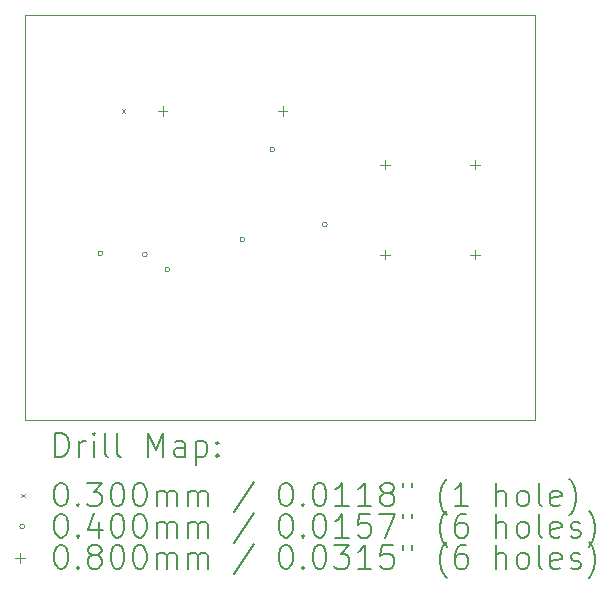
<source format=gbr>
%TF.GenerationSoftware,KiCad,Pcbnew,8.0.3*%
%TF.CreationDate,2024-12-07T17:37:52-06:00*%
%TF.ProjectId,XVI Overclock,58564920-4f76-4657-9263-6c6f636b2e6b,rev?*%
%TF.SameCoordinates,Original*%
%TF.FileFunction,Drillmap*%
%TF.FilePolarity,Positive*%
%FSLAX45Y45*%
G04 Gerber Fmt 4.5, Leading zero omitted, Abs format (unit mm)*
G04 Created by KiCad (PCBNEW 8.0.3) date 2024-12-07 17:37:52*
%MOMM*%
%LPD*%
G01*
G04 APERTURE LIST*
%ADD10C,0.050000*%
%ADD11C,0.200000*%
%ADD12C,0.100000*%
G04 APERTURE END LIST*
D10*
X17335500Y-12065000D02*
X17335500Y-11430000D01*
X13017500Y-12065000D02*
X17335500Y-12065000D01*
X13017500Y-8636000D02*
X13017500Y-12065000D01*
X17335500Y-8636000D02*
X13017500Y-8636000D01*
X17335500Y-11430000D02*
X17335500Y-8636000D01*
D11*
D12*
X13837000Y-9437500D02*
X13867000Y-9467500D01*
X13867000Y-9437500D02*
X13837000Y-9467500D01*
X13677500Y-10657500D02*
G75*
G02*
X13637500Y-10657500I-20000J0D01*
G01*
X13637500Y-10657500D02*
G75*
G02*
X13677500Y-10657500I20000J0D01*
G01*
X14053500Y-10668000D02*
G75*
G02*
X14013500Y-10668000I-20000J0D01*
G01*
X14013500Y-10668000D02*
G75*
G02*
X14053500Y-10668000I20000J0D01*
G01*
X14244000Y-10795000D02*
G75*
G02*
X14204000Y-10795000I-20000J0D01*
G01*
X14204000Y-10795000D02*
G75*
G02*
X14244000Y-10795000I20000J0D01*
G01*
X14879000Y-10541000D02*
G75*
G02*
X14839000Y-10541000I-20000J0D01*
G01*
X14839000Y-10541000D02*
G75*
G02*
X14879000Y-10541000I20000J0D01*
G01*
X15133000Y-9779000D02*
G75*
G02*
X15093000Y-9779000I-20000J0D01*
G01*
X15093000Y-9779000D02*
G75*
G02*
X15133000Y-9779000I20000J0D01*
G01*
X15577500Y-10414000D02*
G75*
G02*
X15537500Y-10414000I-20000J0D01*
G01*
X15537500Y-10414000D02*
G75*
G02*
X15577500Y-10414000I20000J0D01*
G01*
X14184500Y-9412500D02*
X14184500Y-9492500D01*
X14144500Y-9452500D02*
X14224500Y-9452500D01*
X15200500Y-9412500D02*
X15200500Y-9492500D01*
X15160500Y-9452500D02*
X15240500Y-9452500D01*
X16065500Y-9866000D02*
X16065500Y-9946000D01*
X16025500Y-9906000D02*
X16105500Y-9906000D01*
X16065500Y-10628000D02*
X16065500Y-10708000D01*
X16025500Y-10668000D02*
X16105500Y-10668000D01*
X16827500Y-9866000D02*
X16827500Y-9946000D01*
X16787500Y-9906000D02*
X16867500Y-9906000D01*
X16827500Y-10628000D02*
X16827500Y-10708000D01*
X16787500Y-10668000D02*
X16867500Y-10668000D01*
D11*
X13275777Y-12378984D02*
X13275777Y-12178984D01*
X13275777Y-12178984D02*
X13323396Y-12178984D01*
X13323396Y-12178984D02*
X13351967Y-12188508D01*
X13351967Y-12188508D02*
X13371015Y-12207555D01*
X13371015Y-12207555D02*
X13380539Y-12226603D01*
X13380539Y-12226603D02*
X13390062Y-12264698D01*
X13390062Y-12264698D02*
X13390062Y-12293269D01*
X13390062Y-12293269D02*
X13380539Y-12331365D01*
X13380539Y-12331365D02*
X13371015Y-12350412D01*
X13371015Y-12350412D02*
X13351967Y-12369460D01*
X13351967Y-12369460D02*
X13323396Y-12378984D01*
X13323396Y-12378984D02*
X13275777Y-12378984D01*
X13475777Y-12378984D02*
X13475777Y-12245650D01*
X13475777Y-12283746D02*
X13485301Y-12264698D01*
X13485301Y-12264698D02*
X13494824Y-12255174D01*
X13494824Y-12255174D02*
X13513872Y-12245650D01*
X13513872Y-12245650D02*
X13532920Y-12245650D01*
X13599586Y-12378984D02*
X13599586Y-12245650D01*
X13599586Y-12178984D02*
X13590062Y-12188508D01*
X13590062Y-12188508D02*
X13599586Y-12198031D01*
X13599586Y-12198031D02*
X13609110Y-12188508D01*
X13609110Y-12188508D02*
X13599586Y-12178984D01*
X13599586Y-12178984D02*
X13599586Y-12198031D01*
X13723396Y-12378984D02*
X13704348Y-12369460D01*
X13704348Y-12369460D02*
X13694824Y-12350412D01*
X13694824Y-12350412D02*
X13694824Y-12178984D01*
X13828158Y-12378984D02*
X13809110Y-12369460D01*
X13809110Y-12369460D02*
X13799586Y-12350412D01*
X13799586Y-12350412D02*
X13799586Y-12178984D01*
X14056729Y-12378984D02*
X14056729Y-12178984D01*
X14056729Y-12178984D02*
X14123396Y-12321841D01*
X14123396Y-12321841D02*
X14190062Y-12178984D01*
X14190062Y-12178984D02*
X14190062Y-12378984D01*
X14371015Y-12378984D02*
X14371015Y-12274222D01*
X14371015Y-12274222D02*
X14361491Y-12255174D01*
X14361491Y-12255174D02*
X14342443Y-12245650D01*
X14342443Y-12245650D02*
X14304348Y-12245650D01*
X14304348Y-12245650D02*
X14285301Y-12255174D01*
X14371015Y-12369460D02*
X14351967Y-12378984D01*
X14351967Y-12378984D02*
X14304348Y-12378984D01*
X14304348Y-12378984D02*
X14285301Y-12369460D01*
X14285301Y-12369460D02*
X14275777Y-12350412D01*
X14275777Y-12350412D02*
X14275777Y-12331365D01*
X14275777Y-12331365D02*
X14285301Y-12312317D01*
X14285301Y-12312317D02*
X14304348Y-12302793D01*
X14304348Y-12302793D02*
X14351967Y-12302793D01*
X14351967Y-12302793D02*
X14371015Y-12293269D01*
X14466253Y-12245650D02*
X14466253Y-12445650D01*
X14466253Y-12255174D02*
X14485301Y-12245650D01*
X14485301Y-12245650D02*
X14523396Y-12245650D01*
X14523396Y-12245650D02*
X14542443Y-12255174D01*
X14542443Y-12255174D02*
X14551967Y-12264698D01*
X14551967Y-12264698D02*
X14561491Y-12283746D01*
X14561491Y-12283746D02*
X14561491Y-12340888D01*
X14561491Y-12340888D02*
X14551967Y-12359936D01*
X14551967Y-12359936D02*
X14542443Y-12369460D01*
X14542443Y-12369460D02*
X14523396Y-12378984D01*
X14523396Y-12378984D02*
X14485301Y-12378984D01*
X14485301Y-12378984D02*
X14466253Y-12369460D01*
X14647205Y-12359936D02*
X14656729Y-12369460D01*
X14656729Y-12369460D02*
X14647205Y-12378984D01*
X14647205Y-12378984D02*
X14637682Y-12369460D01*
X14637682Y-12369460D02*
X14647205Y-12359936D01*
X14647205Y-12359936D02*
X14647205Y-12378984D01*
X14647205Y-12255174D02*
X14656729Y-12264698D01*
X14656729Y-12264698D02*
X14647205Y-12274222D01*
X14647205Y-12274222D02*
X14637682Y-12264698D01*
X14637682Y-12264698D02*
X14647205Y-12255174D01*
X14647205Y-12255174D02*
X14647205Y-12274222D01*
D12*
X12985000Y-12692500D02*
X13015000Y-12722500D01*
X13015000Y-12692500D02*
X12985000Y-12722500D01*
D11*
X13313872Y-12598984D02*
X13332920Y-12598984D01*
X13332920Y-12598984D02*
X13351967Y-12608508D01*
X13351967Y-12608508D02*
X13361491Y-12618031D01*
X13361491Y-12618031D02*
X13371015Y-12637079D01*
X13371015Y-12637079D02*
X13380539Y-12675174D01*
X13380539Y-12675174D02*
X13380539Y-12722793D01*
X13380539Y-12722793D02*
X13371015Y-12760888D01*
X13371015Y-12760888D02*
X13361491Y-12779936D01*
X13361491Y-12779936D02*
X13351967Y-12789460D01*
X13351967Y-12789460D02*
X13332920Y-12798984D01*
X13332920Y-12798984D02*
X13313872Y-12798984D01*
X13313872Y-12798984D02*
X13294824Y-12789460D01*
X13294824Y-12789460D02*
X13285301Y-12779936D01*
X13285301Y-12779936D02*
X13275777Y-12760888D01*
X13275777Y-12760888D02*
X13266253Y-12722793D01*
X13266253Y-12722793D02*
X13266253Y-12675174D01*
X13266253Y-12675174D02*
X13275777Y-12637079D01*
X13275777Y-12637079D02*
X13285301Y-12618031D01*
X13285301Y-12618031D02*
X13294824Y-12608508D01*
X13294824Y-12608508D02*
X13313872Y-12598984D01*
X13466253Y-12779936D02*
X13475777Y-12789460D01*
X13475777Y-12789460D02*
X13466253Y-12798984D01*
X13466253Y-12798984D02*
X13456729Y-12789460D01*
X13456729Y-12789460D02*
X13466253Y-12779936D01*
X13466253Y-12779936D02*
X13466253Y-12798984D01*
X13542443Y-12598984D02*
X13666253Y-12598984D01*
X13666253Y-12598984D02*
X13599586Y-12675174D01*
X13599586Y-12675174D02*
X13628158Y-12675174D01*
X13628158Y-12675174D02*
X13647205Y-12684698D01*
X13647205Y-12684698D02*
X13656729Y-12694222D01*
X13656729Y-12694222D02*
X13666253Y-12713269D01*
X13666253Y-12713269D02*
X13666253Y-12760888D01*
X13666253Y-12760888D02*
X13656729Y-12779936D01*
X13656729Y-12779936D02*
X13647205Y-12789460D01*
X13647205Y-12789460D02*
X13628158Y-12798984D01*
X13628158Y-12798984D02*
X13571015Y-12798984D01*
X13571015Y-12798984D02*
X13551967Y-12789460D01*
X13551967Y-12789460D02*
X13542443Y-12779936D01*
X13790062Y-12598984D02*
X13809110Y-12598984D01*
X13809110Y-12598984D02*
X13828158Y-12608508D01*
X13828158Y-12608508D02*
X13837682Y-12618031D01*
X13837682Y-12618031D02*
X13847205Y-12637079D01*
X13847205Y-12637079D02*
X13856729Y-12675174D01*
X13856729Y-12675174D02*
X13856729Y-12722793D01*
X13856729Y-12722793D02*
X13847205Y-12760888D01*
X13847205Y-12760888D02*
X13837682Y-12779936D01*
X13837682Y-12779936D02*
X13828158Y-12789460D01*
X13828158Y-12789460D02*
X13809110Y-12798984D01*
X13809110Y-12798984D02*
X13790062Y-12798984D01*
X13790062Y-12798984D02*
X13771015Y-12789460D01*
X13771015Y-12789460D02*
X13761491Y-12779936D01*
X13761491Y-12779936D02*
X13751967Y-12760888D01*
X13751967Y-12760888D02*
X13742443Y-12722793D01*
X13742443Y-12722793D02*
X13742443Y-12675174D01*
X13742443Y-12675174D02*
X13751967Y-12637079D01*
X13751967Y-12637079D02*
X13761491Y-12618031D01*
X13761491Y-12618031D02*
X13771015Y-12608508D01*
X13771015Y-12608508D02*
X13790062Y-12598984D01*
X13980539Y-12598984D02*
X13999586Y-12598984D01*
X13999586Y-12598984D02*
X14018634Y-12608508D01*
X14018634Y-12608508D02*
X14028158Y-12618031D01*
X14028158Y-12618031D02*
X14037682Y-12637079D01*
X14037682Y-12637079D02*
X14047205Y-12675174D01*
X14047205Y-12675174D02*
X14047205Y-12722793D01*
X14047205Y-12722793D02*
X14037682Y-12760888D01*
X14037682Y-12760888D02*
X14028158Y-12779936D01*
X14028158Y-12779936D02*
X14018634Y-12789460D01*
X14018634Y-12789460D02*
X13999586Y-12798984D01*
X13999586Y-12798984D02*
X13980539Y-12798984D01*
X13980539Y-12798984D02*
X13961491Y-12789460D01*
X13961491Y-12789460D02*
X13951967Y-12779936D01*
X13951967Y-12779936D02*
X13942443Y-12760888D01*
X13942443Y-12760888D02*
X13932920Y-12722793D01*
X13932920Y-12722793D02*
X13932920Y-12675174D01*
X13932920Y-12675174D02*
X13942443Y-12637079D01*
X13942443Y-12637079D02*
X13951967Y-12618031D01*
X13951967Y-12618031D02*
X13961491Y-12608508D01*
X13961491Y-12608508D02*
X13980539Y-12598984D01*
X14132920Y-12798984D02*
X14132920Y-12665650D01*
X14132920Y-12684698D02*
X14142443Y-12675174D01*
X14142443Y-12675174D02*
X14161491Y-12665650D01*
X14161491Y-12665650D02*
X14190063Y-12665650D01*
X14190063Y-12665650D02*
X14209110Y-12675174D01*
X14209110Y-12675174D02*
X14218634Y-12694222D01*
X14218634Y-12694222D02*
X14218634Y-12798984D01*
X14218634Y-12694222D02*
X14228158Y-12675174D01*
X14228158Y-12675174D02*
X14247205Y-12665650D01*
X14247205Y-12665650D02*
X14275777Y-12665650D01*
X14275777Y-12665650D02*
X14294824Y-12675174D01*
X14294824Y-12675174D02*
X14304348Y-12694222D01*
X14304348Y-12694222D02*
X14304348Y-12798984D01*
X14399586Y-12798984D02*
X14399586Y-12665650D01*
X14399586Y-12684698D02*
X14409110Y-12675174D01*
X14409110Y-12675174D02*
X14428158Y-12665650D01*
X14428158Y-12665650D02*
X14456729Y-12665650D01*
X14456729Y-12665650D02*
X14475777Y-12675174D01*
X14475777Y-12675174D02*
X14485301Y-12694222D01*
X14485301Y-12694222D02*
X14485301Y-12798984D01*
X14485301Y-12694222D02*
X14494824Y-12675174D01*
X14494824Y-12675174D02*
X14513872Y-12665650D01*
X14513872Y-12665650D02*
X14542443Y-12665650D01*
X14542443Y-12665650D02*
X14561491Y-12675174D01*
X14561491Y-12675174D02*
X14571015Y-12694222D01*
X14571015Y-12694222D02*
X14571015Y-12798984D01*
X14961491Y-12589460D02*
X14790063Y-12846603D01*
X15218634Y-12598984D02*
X15237682Y-12598984D01*
X15237682Y-12598984D02*
X15256729Y-12608508D01*
X15256729Y-12608508D02*
X15266253Y-12618031D01*
X15266253Y-12618031D02*
X15275777Y-12637079D01*
X15275777Y-12637079D02*
X15285301Y-12675174D01*
X15285301Y-12675174D02*
X15285301Y-12722793D01*
X15285301Y-12722793D02*
X15275777Y-12760888D01*
X15275777Y-12760888D02*
X15266253Y-12779936D01*
X15266253Y-12779936D02*
X15256729Y-12789460D01*
X15256729Y-12789460D02*
X15237682Y-12798984D01*
X15237682Y-12798984D02*
X15218634Y-12798984D01*
X15218634Y-12798984D02*
X15199586Y-12789460D01*
X15199586Y-12789460D02*
X15190063Y-12779936D01*
X15190063Y-12779936D02*
X15180539Y-12760888D01*
X15180539Y-12760888D02*
X15171015Y-12722793D01*
X15171015Y-12722793D02*
X15171015Y-12675174D01*
X15171015Y-12675174D02*
X15180539Y-12637079D01*
X15180539Y-12637079D02*
X15190063Y-12618031D01*
X15190063Y-12618031D02*
X15199586Y-12608508D01*
X15199586Y-12608508D02*
X15218634Y-12598984D01*
X15371015Y-12779936D02*
X15380539Y-12789460D01*
X15380539Y-12789460D02*
X15371015Y-12798984D01*
X15371015Y-12798984D02*
X15361491Y-12789460D01*
X15361491Y-12789460D02*
X15371015Y-12779936D01*
X15371015Y-12779936D02*
X15371015Y-12798984D01*
X15504348Y-12598984D02*
X15523396Y-12598984D01*
X15523396Y-12598984D02*
X15542444Y-12608508D01*
X15542444Y-12608508D02*
X15551967Y-12618031D01*
X15551967Y-12618031D02*
X15561491Y-12637079D01*
X15561491Y-12637079D02*
X15571015Y-12675174D01*
X15571015Y-12675174D02*
X15571015Y-12722793D01*
X15571015Y-12722793D02*
X15561491Y-12760888D01*
X15561491Y-12760888D02*
X15551967Y-12779936D01*
X15551967Y-12779936D02*
X15542444Y-12789460D01*
X15542444Y-12789460D02*
X15523396Y-12798984D01*
X15523396Y-12798984D02*
X15504348Y-12798984D01*
X15504348Y-12798984D02*
X15485301Y-12789460D01*
X15485301Y-12789460D02*
X15475777Y-12779936D01*
X15475777Y-12779936D02*
X15466253Y-12760888D01*
X15466253Y-12760888D02*
X15456729Y-12722793D01*
X15456729Y-12722793D02*
X15456729Y-12675174D01*
X15456729Y-12675174D02*
X15466253Y-12637079D01*
X15466253Y-12637079D02*
X15475777Y-12618031D01*
X15475777Y-12618031D02*
X15485301Y-12608508D01*
X15485301Y-12608508D02*
X15504348Y-12598984D01*
X15761491Y-12798984D02*
X15647206Y-12798984D01*
X15704348Y-12798984D02*
X15704348Y-12598984D01*
X15704348Y-12598984D02*
X15685301Y-12627555D01*
X15685301Y-12627555D02*
X15666253Y-12646603D01*
X15666253Y-12646603D02*
X15647206Y-12656127D01*
X15951967Y-12798984D02*
X15837682Y-12798984D01*
X15894825Y-12798984D02*
X15894825Y-12598984D01*
X15894825Y-12598984D02*
X15875777Y-12627555D01*
X15875777Y-12627555D02*
X15856729Y-12646603D01*
X15856729Y-12646603D02*
X15837682Y-12656127D01*
X16066253Y-12684698D02*
X16047206Y-12675174D01*
X16047206Y-12675174D02*
X16037682Y-12665650D01*
X16037682Y-12665650D02*
X16028158Y-12646603D01*
X16028158Y-12646603D02*
X16028158Y-12637079D01*
X16028158Y-12637079D02*
X16037682Y-12618031D01*
X16037682Y-12618031D02*
X16047206Y-12608508D01*
X16047206Y-12608508D02*
X16066253Y-12598984D01*
X16066253Y-12598984D02*
X16104348Y-12598984D01*
X16104348Y-12598984D02*
X16123396Y-12608508D01*
X16123396Y-12608508D02*
X16132920Y-12618031D01*
X16132920Y-12618031D02*
X16142444Y-12637079D01*
X16142444Y-12637079D02*
X16142444Y-12646603D01*
X16142444Y-12646603D02*
X16132920Y-12665650D01*
X16132920Y-12665650D02*
X16123396Y-12675174D01*
X16123396Y-12675174D02*
X16104348Y-12684698D01*
X16104348Y-12684698D02*
X16066253Y-12684698D01*
X16066253Y-12684698D02*
X16047206Y-12694222D01*
X16047206Y-12694222D02*
X16037682Y-12703746D01*
X16037682Y-12703746D02*
X16028158Y-12722793D01*
X16028158Y-12722793D02*
X16028158Y-12760888D01*
X16028158Y-12760888D02*
X16037682Y-12779936D01*
X16037682Y-12779936D02*
X16047206Y-12789460D01*
X16047206Y-12789460D02*
X16066253Y-12798984D01*
X16066253Y-12798984D02*
X16104348Y-12798984D01*
X16104348Y-12798984D02*
X16123396Y-12789460D01*
X16123396Y-12789460D02*
X16132920Y-12779936D01*
X16132920Y-12779936D02*
X16142444Y-12760888D01*
X16142444Y-12760888D02*
X16142444Y-12722793D01*
X16142444Y-12722793D02*
X16132920Y-12703746D01*
X16132920Y-12703746D02*
X16123396Y-12694222D01*
X16123396Y-12694222D02*
X16104348Y-12684698D01*
X16218634Y-12598984D02*
X16218634Y-12637079D01*
X16294825Y-12598984D02*
X16294825Y-12637079D01*
X16590063Y-12875174D02*
X16580539Y-12865650D01*
X16580539Y-12865650D02*
X16561491Y-12837079D01*
X16561491Y-12837079D02*
X16551968Y-12818031D01*
X16551968Y-12818031D02*
X16542444Y-12789460D01*
X16542444Y-12789460D02*
X16532920Y-12741841D01*
X16532920Y-12741841D02*
X16532920Y-12703746D01*
X16532920Y-12703746D02*
X16542444Y-12656127D01*
X16542444Y-12656127D02*
X16551968Y-12627555D01*
X16551968Y-12627555D02*
X16561491Y-12608508D01*
X16561491Y-12608508D02*
X16580539Y-12579936D01*
X16580539Y-12579936D02*
X16590063Y-12570412D01*
X16771015Y-12798984D02*
X16656729Y-12798984D01*
X16713872Y-12798984D02*
X16713872Y-12598984D01*
X16713872Y-12598984D02*
X16694825Y-12627555D01*
X16694825Y-12627555D02*
X16675777Y-12646603D01*
X16675777Y-12646603D02*
X16656729Y-12656127D01*
X17009111Y-12798984D02*
X17009111Y-12598984D01*
X17094825Y-12798984D02*
X17094825Y-12694222D01*
X17094825Y-12694222D02*
X17085301Y-12675174D01*
X17085301Y-12675174D02*
X17066253Y-12665650D01*
X17066253Y-12665650D02*
X17037682Y-12665650D01*
X17037682Y-12665650D02*
X17018634Y-12675174D01*
X17018634Y-12675174D02*
X17009111Y-12684698D01*
X17218634Y-12798984D02*
X17199587Y-12789460D01*
X17199587Y-12789460D02*
X17190063Y-12779936D01*
X17190063Y-12779936D02*
X17180539Y-12760888D01*
X17180539Y-12760888D02*
X17180539Y-12703746D01*
X17180539Y-12703746D02*
X17190063Y-12684698D01*
X17190063Y-12684698D02*
X17199587Y-12675174D01*
X17199587Y-12675174D02*
X17218634Y-12665650D01*
X17218634Y-12665650D02*
X17247206Y-12665650D01*
X17247206Y-12665650D02*
X17266253Y-12675174D01*
X17266253Y-12675174D02*
X17275777Y-12684698D01*
X17275777Y-12684698D02*
X17285301Y-12703746D01*
X17285301Y-12703746D02*
X17285301Y-12760888D01*
X17285301Y-12760888D02*
X17275777Y-12779936D01*
X17275777Y-12779936D02*
X17266253Y-12789460D01*
X17266253Y-12789460D02*
X17247206Y-12798984D01*
X17247206Y-12798984D02*
X17218634Y-12798984D01*
X17399587Y-12798984D02*
X17380539Y-12789460D01*
X17380539Y-12789460D02*
X17371015Y-12770412D01*
X17371015Y-12770412D02*
X17371015Y-12598984D01*
X17551968Y-12789460D02*
X17532920Y-12798984D01*
X17532920Y-12798984D02*
X17494825Y-12798984D01*
X17494825Y-12798984D02*
X17475777Y-12789460D01*
X17475777Y-12789460D02*
X17466253Y-12770412D01*
X17466253Y-12770412D02*
X17466253Y-12694222D01*
X17466253Y-12694222D02*
X17475777Y-12675174D01*
X17475777Y-12675174D02*
X17494825Y-12665650D01*
X17494825Y-12665650D02*
X17532920Y-12665650D01*
X17532920Y-12665650D02*
X17551968Y-12675174D01*
X17551968Y-12675174D02*
X17561492Y-12694222D01*
X17561492Y-12694222D02*
X17561492Y-12713269D01*
X17561492Y-12713269D02*
X17466253Y-12732317D01*
X17628158Y-12875174D02*
X17637682Y-12865650D01*
X17637682Y-12865650D02*
X17656730Y-12837079D01*
X17656730Y-12837079D02*
X17666253Y-12818031D01*
X17666253Y-12818031D02*
X17675777Y-12789460D01*
X17675777Y-12789460D02*
X17685301Y-12741841D01*
X17685301Y-12741841D02*
X17685301Y-12703746D01*
X17685301Y-12703746D02*
X17675777Y-12656127D01*
X17675777Y-12656127D02*
X17666253Y-12627555D01*
X17666253Y-12627555D02*
X17656730Y-12608508D01*
X17656730Y-12608508D02*
X17637682Y-12579936D01*
X17637682Y-12579936D02*
X17628158Y-12570412D01*
D12*
X13015000Y-12971500D02*
G75*
G02*
X12975000Y-12971500I-20000J0D01*
G01*
X12975000Y-12971500D02*
G75*
G02*
X13015000Y-12971500I20000J0D01*
G01*
D11*
X13313872Y-12862984D02*
X13332920Y-12862984D01*
X13332920Y-12862984D02*
X13351967Y-12872508D01*
X13351967Y-12872508D02*
X13361491Y-12882031D01*
X13361491Y-12882031D02*
X13371015Y-12901079D01*
X13371015Y-12901079D02*
X13380539Y-12939174D01*
X13380539Y-12939174D02*
X13380539Y-12986793D01*
X13380539Y-12986793D02*
X13371015Y-13024888D01*
X13371015Y-13024888D02*
X13361491Y-13043936D01*
X13361491Y-13043936D02*
X13351967Y-13053460D01*
X13351967Y-13053460D02*
X13332920Y-13062984D01*
X13332920Y-13062984D02*
X13313872Y-13062984D01*
X13313872Y-13062984D02*
X13294824Y-13053460D01*
X13294824Y-13053460D02*
X13285301Y-13043936D01*
X13285301Y-13043936D02*
X13275777Y-13024888D01*
X13275777Y-13024888D02*
X13266253Y-12986793D01*
X13266253Y-12986793D02*
X13266253Y-12939174D01*
X13266253Y-12939174D02*
X13275777Y-12901079D01*
X13275777Y-12901079D02*
X13285301Y-12882031D01*
X13285301Y-12882031D02*
X13294824Y-12872508D01*
X13294824Y-12872508D02*
X13313872Y-12862984D01*
X13466253Y-13043936D02*
X13475777Y-13053460D01*
X13475777Y-13053460D02*
X13466253Y-13062984D01*
X13466253Y-13062984D02*
X13456729Y-13053460D01*
X13456729Y-13053460D02*
X13466253Y-13043936D01*
X13466253Y-13043936D02*
X13466253Y-13062984D01*
X13647205Y-12929650D02*
X13647205Y-13062984D01*
X13599586Y-12853460D02*
X13551967Y-12996317D01*
X13551967Y-12996317D02*
X13675777Y-12996317D01*
X13790062Y-12862984D02*
X13809110Y-12862984D01*
X13809110Y-12862984D02*
X13828158Y-12872508D01*
X13828158Y-12872508D02*
X13837682Y-12882031D01*
X13837682Y-12882031D02*
X13847205Y-12901079D01*
X13847205Y-12901079D02*
X13856729Y-12939174D01*
X13856729Y-12939174D02*
X13856729Y-12986793D01*
X13856729Y-12986793D02*
X13847205Y-13024888D01*
X13847205Y-13024888D02*
X13837682Y-13043936D01*
X13837682Y-13043936D02*
X13828158Y-13053460D01*
X13828158Y-13053460D02*
X13809110Y-13062984D01*
X13809110Y-13062984D02*
X13790062Y-13062984D01*
X13790062Y-13062984D02*
X13771015Y-13053460D01*
X13771015Y-13053460D02*
X13761491Y-13043936D01*
X13761491Y-13043936D02*
X13751967Y-13024888D01*
X13751967Y-13024888D02*
X13742443Y-12986793D01*
X13742443Y-12986793D02*
X13742443Y-12939174D01*
X13742443Y-12939174D02*
X13751967Y-12901079D01*
X13751967Y-12901079D02*
X13761491Y-12882031D01*
X13761491Y-12882031D02*
X13771015Y-12872508D01*
X13771015Y-12872508D02*
X13790062Y-12862984D01*
X13980539Y-12862984D02*
X13999586Y-12862984D01*
X13999586Y-12862984D02*
X14018634Y-12872508D01*
X14018634Y-12872508D02*
X14028158Y-12882031D01*
X14028158Y-12882031D02*
X14037682Y-12901079D01*
X14037682Y-12901079D02*
X14047205Y-12939174D01*
X14047205Y-12939174D02*
X14047205Y-12986793D01*
X14047205Y-12986793D02*
X14037682Y-13024888D01*
X14037682Y-13024888D02*
X14028158Y-13043936D01*
X14028158Y-13043936D02*
X14018634Y-13053460D01*
X14018634Y-13053460D02*
X13999586Y-13062984D01*
X13999586Y-13062984D02*
X13980539Y-13062984D01*
X13980539Y-13062984D02*
X13961491Y-13053460D01*
X13961491Y-13053460D02*
X13951967Y-13043936D01*
X13951967Y-13043936D02*
X13942443Y-13024888D01*
X13942443Y-13024888D02*
X13932920Y-12986793D01*
X13932920Y-12986793D02*
X13932920Y-12939174D01*
X13932920Y-12939174D02*
X13942443Y-12901079D01*
X13942443Y-12901079D02*
X13951967Y-12882031D01*
X13951967Y-12882031D02*
X13961491Y-12872508D01*
X13961491Y-12872508D02*
X13980539Y-12862984D01*
X14132920Y-13062984D02*
X14132920Y-12929650D01*
X14132920Y-12948698D02*
X14142443Y-12939174D01*
X14142443Y-12939174D02*
X14161491Y-12929650D01*
X14161491Y-12929650D02*
X14190063Y-12929650D01*
X14190063Y-12929650D02*
X14209110Y-12939174D01*
X14209110Y-12939174D02*
X14218634Y-12958222D01*
X14218634Y-12958222D02*
X14218634Y-13062984D01*
X14218634Y-12958222D02*
X14228158Y-12939174D01*
X14228158Y-12939174D02*
X14247205Y-12929650D01*
X14247205Y-12929650D02*
X14275777Y-12929650D01*
X14275777Y-12929650D02*
X14294824Y-12939174D01*
X14294824Y-12939174D02*
X14304348Y-12958222D01*
X14304348Y-12958222D02*
X14304348Y-13062984D01*
X14399586Y-13062984D02*
X14399586Y-12929650D01*
X14399586Y-12948698D02*
X14409110Y-12939174D01*
X14409110Y-12939174D02*
X14428158Y-12929650D01*
X14428158Y-12929650D02*
X14456729Y-12929650D01*
X14456729Y-12929650D02*
X14475777Y-12939174D01*
X14475777Y-12939174D02*
X14485301Y-12958222D01*
X14485301Y-12958222D02*
X14485301Y-13062984D01*
X14485301Y-12958222D02*
X14494824Y-12939174D01*
X14494824Y-12939174D02*
X14513872Y-12929650D01*
X14513872Y-12929650D02*
X14542443Y-12929650D01*
X14542443Y-12929650D02*
X14561491Y-12939174D01*
X14561491Y-12939174D02*
X14571015Y-12958222D01*
X14571015Y-12958222D02*
X14571015Y-13062984D01*
X14961491Y-12853460D02*
X14790063Y-13110603D01*
X15218634Y-12862984D02*
X15237682Y-12862984D01*
X15237682Y-12862984D02*
X15256729Y-12872508D01*
X15256729Y-12872508D02*
X15266253Y-12882031D01*
X15266253Y-12882031D02*
X15275777Y-12901079D01*
X15275777Y-12901079D02*
X15285301Y-12939174D01*
X15285301Y-12939174D02*
X15285301Y-12986793D01*
X15285301Y-12986793D02*
X15275777Y-13024888D01*
X15275777Y-13024888D02*
X15266253Y-13043936D01*
X15266253Y-13043936D02*
X15256729Y-13053460D01*
X15256729Y-13053460D02*
X15237682Y-13062984D01*
X15237682Y-13062984D02*
X15218634Y-13062984D01*
X15218634Y-13062984D02*
X15199586Y-13053460D01*
X15199586Y-13053460D02*
X15190063Y-13043936D01*
X15190063Y-13043936D02*
X15180539Y-13024888D01*
X15180539Y-13024888D02*
X15171015Y-12986793D01*
X15171015Y-12986793D02*
X15171015Y-12939174D01*
X15171015Y-12939174D02*
X15180539Y-12901079D01*
X15180539Y-12901079D02*
X15190063Y-12882031D01*
X15190063Y-12882031D02*
X15199586Y-12872508D01*
X15199586Y-12872508D02*
X15218634Y-12862984D01*
X15371015Y-13043936D02*
X15380539Y-13053460D01*
X15380539Y-13053460D02*
X15371015Y-13062984D01*
X15371015Y-13062984D02*
X15361491Y-13053460D01*
X15361491Y-13053460D02*
X15371015Y-13043936D01*
X15371015Y-13043936D02*
X15371015Y-13062984D01*
X15504348Y-12862984D02*
X15523396Y-12862984D01*
X15523396Y-12862984D02*
X15542444Y-12872508D01*
X15542444Y-12872508D02*
X15551967Y-12882031D01*
X15551967Y-12882031D02*
X15561491Y-12901079D01*
X15561491Y-12901079D02*
X15571015Y-12939174D01*
X15571015Y-12939174D02*
X15571015Y-12986793D01*
X15571015Y-12986793D02*
X15561491Y-13024888D01*
X15561491Y-13024888D02*
X15551967Y-13043936D01*
X15551967Y-13043936D02*
X15542444Y-13053460D01*
X15542444Y-13053460D02*
X15523396Y-13062984D01*
X15523396Y-13062984D02*
X15504348Y-13062984D01*
X15504348Y-13062984D02*
X15485301Y-13053460D01*
X15485301Y-13053460D02*
X15475777Y-13043936D01*
X15475777Y-13043936D02*
X15466253Y-13024888D01*
X15466253Y-13024888D02*
X15456729Y-12986793D01*
X15456729Y-12986793D02*
X15456729Y-12939174D01*
X15456729Y-12939174D02*
X15466253Y-12901079D01*
X15466253Y-12901079D02*
X15475777Y-12882031D01*
X15475777Y-12882031D02*
X15485301Y-12872508D01*
X15485301Y-12872508D02*
X15504348Y-12862984D01*
X15761491Y-13062984D02*
X15647206Y-13062984D01*
X15704348Y-13062984D02*
X15704348Y-12862984D01*
X15704348Y-12862984D02*
X15685301Y-12891555D01*
X15685301Y-12891555D02*
X15666253Y-12910603D01*
X15666253Y-12910603D02*
X15647206Y-12920127D01*
X15942444Y-12862984D02*
X15847206Y-12862984D01*
X15847206Y-12862984D02*
X15837682Y-12958222D01*
X15837682Y-12958222D02*
X15847206Y-12948698D01*
X15847206Y-12948698D02*
X15866253Y-12939174D01*
X15866253Y-12939174D02*
X15913872Y-12939174D01*
X15913872Y-12939174D02*
X15932920Y-12948698D01*
X15932920Y-12948698D02*
X15942444Y-12958222D01*
X15942444Y-12958222D02*
X15951967Y-12977269D01*
X15951967Y-12977269D02*
X15951967Y-13024888D01*
X15951967Y-13024888D02*
X15942444Y-13043936D01*
X15942444Y-13043936D02*
X15932920Y-13053460D01*
X15932920Y-13053460D02*
X15913872Y-13062984D01*
X15913872Y-13062984D02*
X15866253Y-13062984D01*
X15866253Y-13062984D02*
X15847206Y-13053460D01*
X15847206Y-13053460D02*
X15837682Y-13043936D01*
X16018634Y-12862984D02*
X16151967Y-12862984D01*
X16151967Y-12862984D02*
X16066253Y-13062984D01*
X16218634Y-12862984D02*
X16218634Y-12901079D01*
X16294825Y-12862984D02*
X16294825Y-12901079D01*
X16590063Y-13139174D02*
X16580539Y-13129650D01*
X16580539Y-13129650D02*
X16561491Y-13101079D01*
X16561491Y-13101079D02*
X16551968Y-13082031D01*
X16551968Y-13082031D02*
X16542444Y-13053460D01*
X16542444Y-13053460D02*
X16532920Y-13005841D01*
X16532920Y-13005841D02*
X16532920Y-12967746D01*
X16532920Y-12967746D02*
X16542444Y-12920127D01*
X16542444Y-12920127D02*
X16551968Y-12891555D01*
X16551968Y-12891555D02*
X16561491Y-12872508D01*
X16561491Y-12872508D02*
X16580539Y-12843936D01*
X16580539Y-12843936D02*
X16590063Y-12834412D01*
X16751968Y-12862984D02*
X16713872Y-12862984D01*
X16713872Y-12862984D02*
X16694825Y-12872508D01*
X16694825Y-12872508D02*
X16685301Y-12882031D01*
X16685301Y-12882031D02*
X16666253Y-12910603D01*
X16666253Y-12910603D02*
X16656729Y-12948698D01*
X16656729Y-12948698D02*
X16656729Y-13024888D01*
X16656729Y-13024888D02*
X16666253Y-13043936D01*
X16666253Y-13043936D02*
X16675777Y-13053460D01*
X16675777Y-13053460D02*
X16694825Y-13062984D01*
X16694825Y-13062984D02*
X16732920Y-13062984D01*
X16732920Y-13062984D02*
X16751968Y-13053460D01*
X16751968Y-13053460D02*
X16761491Y-13043936D01*
X16761491Y-13043936D02*
X16771015Y-13024888D01*
X16771015Y-13024888D02*
X16771015Y-12977269D01*
X16771015Y-12977269D02*
X16761491Y-12958222D01*
X16761491Y-12958222D02*
X16751968Y-12948698D01*
X16751968Y-12948698D02*
X16732920Y-12939174D01*
X16732920Y-12939174D02*
X16694825Y-12939174D01*
X16694825Y-12939174D02*
X16675777Y-12948698D01*
X16675777Y-12948698D02*
X16666253Y-12958222D01*
X16666253Y-12958222D02*
X16656729Y-12977269D01*
X17009111Y-13062984D02*
X17009111Y-12862984D01*
X17094825Y-13062984D02*
X17094825Y-12958222D01*
X17094825Y-12958222D02*
X17085301Y-12939174D01*
X17085301Y-12939174D02*
X17066253Y-12929650D01*
X17066253Y-12929650D02*
X17037682Y-12929650D01*
X17037682Y-12929650D02*
X17018634Y-12939174D01*
X17018634Y-12939174D02*
X17009111Y-12948698D01*
X17218634Y-13062984D02*
X17199587Y-13053460D01*
X17199587Y-13053460D02*
X17190063Y-13043936D01*
X17190063Y-13043936D02*
X17180539Y-13024888D01*
X17180539Y-13024888D02*
X17180539Y-12967746D01*
X17180539Y-12967746D02*
X17190063Y-12948698D01*
X17190063Y-12948698D02*
X17199587Y-12939174D01*
X17199587Y-12939174D02*
X17218634Y-12929650D01*
X17218634Y-12929650D02*
X17247206Y-12929650D01*
X17247206Y-12929650D02*
X17266253Y-12939174D01*
X17266253Y-12939174D02*
X17275777Y-12948698D01*
X17275777Y-12948698D02*
X17285301Y-12967746D01*
X17285301Y-12967746D02*
X17285301Y-13024888D01*
X17285301Y-13024888D02*
X17275777Y-13043936D01*
X17275777Y-13043936D02*
X17266253Y-13053460D01*
X17266253Y-13053460D02*
X17247206Y-13062984D01*
X17247206Y-13062984D02*
X17218634Y-13062984D01*
X17399587Y-13062984D02*
X17380539Y-13053460D01*
X17380539Y-13053460D02*
X17371015Y-13034412D01*
X17371015Y-13034412D02*
X17371015Y-12862984D01*
X17551968Y-13053460D02*
X17532920Y-13062984D01*
X17532920Y-13062984D02*
X17494825Y-13062984D01*
X17494825Y-13062984D02*
X17475777Y-13053460D01*
X17475777Y-13053460D02*
X17466253Y-13034412D01*
X17466253Y-13034412D02*
X17466253Y-12958222D01*
X17466253Y-12958222D02*
X17475777Y-12939174D01*
X17475777Y-12939174D02*
X17494825Y-12929650D01*
X17494825Y-12929650D02*
X17532920Y-12929650D01*
X17532920Y-12929650D02*
X17551968Y-12939174D01*
X17551968Y-12939174D02*
X17561492Y-12958222D01*
X17561492Y-12958222D02*
X17561492Y-12977269D01*
X17561492Y-12977269D02*
X17466253Y-12996317D01*
X17637682Y-13053460D02*
X17656730Y-13062984D01*
X17656730Y-13062984D02*
X17694825Y-13062984D01*
X17694825Y-13062984D02*
X17713873Y-13053460D01*
X17713873Y-13053460D02*
X17723396Y-13034412D01*
X17723396Y-13034412D02*
X17723396Y-13024888D01*
X17723396Y-13024888D02*
X17713873Y-13005841D01*
X17713873Y-13005841D02*
X17694825Y-12996317D01*
X17694825Y-12996317D02*
X17666253Y-12996317D01*
X17666253Y-12996317D02*
X17647206Y-12986793D01*
X17647206Y-12986793D02*
X17637682Y-12967746D01*
X17637682Y-12967746D02*
X17637682Y-12958222D01*
X17637682Y-12958222D02*
X17647206Y-12939174D01*
X17647206Y-12939174D02*
X17666253Y-12929650D01*
X17666253Y-12929650D02*
X17694825Y-12929650D01*
X17694825Y-12929650D02*
X17713873Y-12939174D01*
X17790063Y-13139174D02*
X17799587Y-13129650D01*
X17799587Y-13129650D02*
X17818634Y-13101079D01*
X17818634Y-13101079D02*
X17828158Y-13082031D01*
X17828158Y-13082031D02*
X17837682Y-13053460D01*
X17837682Y-13053460D02*
X17847206Y-13005841D01*
X17847206Y-13005841D02*
X17847206Y-12967746D01*
X17847206Y-12967746D02*
X17837682Y-12920127D01*
X17837682Y-12920127D02*
X17828158Y-12891555D01*
X17828158Y-12891555D02*
X17818634Y-12872508D01*
X17818634Y-12872508D02*
X17799587Y-12843936D01*
X17799587Y-12843936D02*
X17790063Y-12834412D01*
D12*
X12975000Y-13195500D02*
X12975000Y-13275500D01*
X12935000Y-13235500D02*
X13015000Y-13235500D01*
D11*
X13313872Y-13126984D02*
X13332920Y-13126984D01*
X13332920Y-13126984D02*
X13351967Y-13136508D01*
X13351967Y-13136508D02*
X13361491Y-13146031D01*
X13361491Y-13146031D02*
X13371015Y-13165079D01*
X13371015Y-13165079D02*
X13380539Y-13203174D01*
X13380539Y-13203174D02*
X13380539Y-13250793D01*
X13380539Y-13250793D02*
X13371015Y-13288888D01*
X13371015Y-13288888D02*
X13361491Y-13307936D01*
X13361491Y-13307936D02*
X13351967Y-13317460D01*
X13351967Y-13317460D02*
X13332920Y-13326984D01*
X13332920Y-13326984D02*
X13313872Y-13326984D01*
X13313872Y-13326984D02*
X13294824Y-13317460D01*
X13294824Y-13317460D02*
X13285301Y-13307936D01*
X13285301Y-13307936D02*
X13275777Y-13288888D01*
X13275777Y-13288888D02*
X13266253Y-13250793D01*
X13266253Y-13250793D02*
X13266253Y-13203174D01*
X13266253Y-13203174D02*
X13275777Y-13165079D01*
X13275777Y-13165079D02*
X13285301Y-13146031D01*
X13285301Y-13146031D02*
X13294824Y-13136508D01*
X13294824Y-13136508D02*
X13313872Y-13126984D01*
X13466253Y-13307936D02*
X13475777Y-13317460D01*
X13475777Y-13317460D02*
X13466253Y-13326984D01*
X13466253Y-13326984D02*
X13456729Y-13317460D01*
X13456729Y-13317460D02*
X13466253Y-13307936D01*
X13466253Y-13307936D02*
X13466253Y-13326984D01*
X13590062Y-13212698D02*
X13571015Y-13203174D01*
X13571015Y-13203174D02*
X13561491Y-13193650D01*
X13561491Y-13193650D02*
X13551967Y-13174603D01*
X13551967Y-13174603D02*
X13551967Y-13165079D01*
X13551967Y-13165079D02*
X13561491Y-13146031D01*
X13561491Y-13146031D02*
X13571015Y-13136508D01*
X13571015Y-13136508D02*
X13590062Y-13126984D01*
X13590062Y-13126984D02*
X13628158Y-13126984D01*
X13628158Y-13126984D02*
X13647205Y-13136508D01*
X13647205Y-13136508D02*
X13656729Y-13146031D01*
X13656729Y-13146031D02*
X13666253Y-13165079D01*
X13666253Y-13165079D02*
X13666253Y-13174603D01*
X13666253Y-13174603D02*
X13656729Y-13193650D01*
X13656729Y-13193650D02*
X13647205Y-13203174D01*
X13647205Y-13203174D02*
X13628158Y-13212698D01*
X13628158Y-13212698D02*
X13590062Y-13212698D01*
X13590062Y-13212698D02*
X13571015Y-13222222D01*
X13571015Y-13222222D02*
X13561491Y-13231746D01*
X13561491Y-13231746D02*
X13551967Y-13250793D01*
X13551967Y-13250793D02*
X13551967Y-13288888D01*
X13551967Y-13288888D02*
X13561491Y-13307936D01*
X13561491Y-13307936D02*
X13571015Y-13317460D01*
X13571015Y-13317460D02*
X13590062Y-13326984D01*
X13590062Y-13326984D02*
X13628158Y-13326984D01*
X13628158Y-13326984D02*
X13647205Y-13317460D01*
X13647205Y-13317460D02*
X13656729Y-13307936D01*
X13656729Y-13307936D02*
X13666253Y-13288888D01*
X13666253Y-13288888D02*
X13666253Y-13250793D01*
X13666253Y-13250793D02*
X13656729Y-13231746D01*
X13656729Y-13231746D02*
X13647205Y-13222222D01*
X13647205Y-13222222D02*
X13628158Y-13212698D01*
X13790062Y-13126984D02*
X13809110Y-13126984D01*
X13809110Y-13126984D02*
X13828158Y-13136508D01*
X13828158Y-13136508D02*
X13837682Y-13146031D01*
X13837682Y-13146031D02*
X13847205Y-13165079D01*
X13847205Y-13165079D02*
X13856729Y-13203174D01*
X13856729Y-13203174D02*
X13856729Y-13250793D01*
X13856729Y-13250793D02*
X13847205Y-13288888D01*
X13847205Y-13288888D02*
X13837682Y-13307936D01*
X13837682Y-13307936D02*
X13828158Y-13317460D01*
X13828158Y-13317460D02*
X13809110Y-13326984D01*
X13809110Y-13326984D02*
X13790062Y-13326984D01*
X13790062Y-13326984D02*
X13771015Y-13317460D01*
X13771015Y-13317460D02*
X13761491Y-13307936D01*
X13761491Y-13307936D02*
X13751967Y-13288888D01*
X13751967Y-13288888D02*
X13742443Y-13250793D01*
X13742443Y-13250793D02*
X13742443Y-13203174D01*
X13742443Y-13203174D02*
X13751967Y-13165079D01*
X13751967Y-13165079D02*
X13761491Y-13146031D01*
X13761491Y-13146031D02*
X13771015Y-13136508D01*
X13771015Y-13136508D02*
X13790062Y-13126984D01*
X13980539Y-13126984D02*
X13999586Y-13126984D01*
X13999586Y-13126984D02*
X14018634Y-13136508D01*
X14018634Y-13136508D02*
X14028158Y-13146031D01*
X14028158Y-13146031D02*
X14037682Y-13165079D01*
X14037682Y-13165079D02*
X14047205Y-13203174D01*
X14047205Y-13203174D02*
X14047205Y-13250793D01*
X14047205Y-13250793D02*
X14037682Y-13288888D01*
X14037682Y-13288888D02*
X14028158Y-13307936D01*
X14028158Y-13307936D02*
X14018634Y-13317460D01*
X14018634Y-13317460D02*
X13999586Y-13326984D01*
X13999586Y-13326984D02*
X13980539Y-13326984D01*
X13980539Y-13326984D02*
X13961491Y-13317460D01*
X13961491Y-13317460D02*
X13951967Y-13307936D01*
X13951967Y-13307936D02*
X13942443Y-13288888D01*
X13942443Y-13288888D02*
X13932920Y-13250793D01*
X13932920Y-13250793D02*
X13932920Y-13203174D01*
X13932920Y-13203174D02*
X13942443Y-13165079D01*
X13942443Y-13165079D02*
X13951967Y-13146031D01*
X13951967Y-13146031D02*
X13961491Y-13136508D01*
X13961491Y-13136508D02*
X13980539Y-13126984D01*
X14132920Y-13326984D02*
X14132920Y-13193650D01*
X14132920Y-13212698D02*
X14142443Y-13203174D01*
X14142443Y-13203174D02*
X14161491Y-13193650D01*
X14161491Y-13193650D02*
X14190063Y-13193650D01*
X14190063Y-13193650D02*
X14209110Y-13203174D01*
X14209110Y-13203174D02*
X14218634Y-13222222D01*
X14218634Y-13222222D02*
X14218634Y-13326984D01*
X14218634Y-13222222D02*
X14228158Y-13203174D01*
X14228158Y-13203174D02*
X14247205Y-13193650D01*
X14247205Y-13193650D02*
X14275777Y-13193650D01*
X14275777Y-13193650D02*
X14294824Y-13203174D01*
X14294824Y-13203174D02*
X14304348Y-13222222D01*
X14304348Y-13222222D02*
X14304348Y-13326984D01*
X14399586Y-13326984D02*
X14399586Y-13193650D01*
X14399586Y-13212698D02*
X14409110Y-13203174D01*
X14409110Y-13203174D02*
X14428158Y-13193650D01*
X14428158Y-13193650D02*
X14456729Y-13193650D01*
X14456729Y-13193650D02*
X14475777Y-13203174D01*
X14475777Y-13203174D02*
X14485301Y-13222222D01*
X14485301Y-13222222D02*
X14485301Y-13326984D01*
X14485301Y-13222222D02*
X14494824Y-13203174D01*
X14494824Y-13203174D02*
X14513872Y-13193650D01*
X14513872Y-13193650D02*
X14542443Y-13193650D01*
X14542443Y-13193650D02*
X14561491Y-13203174D01*
X14561491Y-13203174D02*
X14571015Y-13222222D01*
X14571015Y-13222222D02*
X14571015Y-13326984D01*
X14961491Y-13117460D02*
X14790063Y-13374603D01*
X15218634Y-13126984D02*
X15237682Y-13126984D01*
X15237682Y-13126984D02*
X15256729Y-13136508D01*
X15256729Y-13136508D02*
X15266253Y-13146031D01*
X15266253Y-13146031D02*
X15275777Y-13165079D01*
X15275777Y-13165079D02*
X15285301Y-13203174D01*
X15285301Y-13203174D02*
X15285301Y-13250793D01*
X15285301Y-13250793D02*
X15275777Y-13288888D01*
X15275777Y-13288888D02*
X15266253Y-13307936D01*
X15266253Y-13307936D02*
X15256729Y-13317460D01*
X15256729Y-13317460D02*
X15237682Y-13326984D01*
X15237682Y-13326984D02*
X15218634Y-13326984D01*
X15218634Y-13326984D02*
X15199586Y-13317460D01*
X15199586Y-13317460D02*
X15190063Y-13307936D01*
X15190063Y-13307936D02*
X15180539Y-13288888D01*
X15180539Y-13288888D02*
X15171015Y-13250793D01*
X15171015Y-13250793D02*
X15171015Y-13203174D01*
X15171015Y-13203174D02*
X15180539Y-13165079D01*
X15180539Y-13165079D02*
X15190063Y-13146031D01*
X15190063Y-13146031D02*
X15199586Y-13136508D01*
X15199586Y-13136508D02*
X15218634Y-13126984D01*
X15371015Y-13307936D02*
X15380539Y-13317460D01*
X15380539Y-13317460D02*
X15371015Y-13326984D01*
X15371015Y-13326984D02*
X15361491Y-13317460D01*
X15361491Y-13317460D02*
X15371015Y-13307936D01*
X15371015Y-13307936D02*
X15371015Y-13326984D01*
X15504348Y-13126984D02*
X15523396Y-13126984D01*
X15523396Y-13126984D02*
X15542444Y-13136508D01*
X15542444Y-13136508D02*
X15551967Y-13146031D01*
X15551967Y-13146031D02*
X15561491Y-13165079D01*
X15561491Y-13165079D02*
X15571015Y-13203174D01*
X15571015Y-13203174D02*
X15571015Y-13250793D01*
X15571015Y-13250793D02*
X15561491Y-13288888D01*
X15561491Y-13288888D02*
X15551967Y-13307936D01*
X15551967Y-13307936D02*
X15542444Y-13317460D01*
X15542444Y-13317460D02*
X15523396Y-13326984D01*
X15523396Y-13326984D02*
X15504348Y-13326984D01*
X15504348Y-13326984D02*
X15485301Y-13317460D01*
X15485301Y-13317460D02*
X15475777Y-13307936D01*
X15475777Y-13307936D02*
X15466253Y-13288888D01*
X15466253Y-13288888D02*
X15456729Y-13250793D01*
X15456729Y-13250793D02*
X15456729Y-13203174D01*
X15456729Y-13203174D02*
X15466253Y-13165079D01*
X15466253Y-13165079D02*
X15475777Y-13146031D01*
X15475777Y-13146031D02*
X15485301Y-13136508D01*
X15485301Y-13136508D02*
X15504348Y-13126984D01*
X15637682Y-13126984D02*
X15761491Y-13126984D01*
X15761491Y-13126984D02*
X15694825Y-13203174D01*
X15694825Y-13203174D02*
X15723396Y-13203174D01*
X15723396Y-13203174D02*
X15742444Y-13212698D01*
X15742444Y-13212698D02*
X15751967Y-13222222D01*
X15751967Y-13222222D02*
X15761491Y-13241269D01*
X15761491Y-13241269D02*
X15761491Y-13288888D01*
X15761491Y-13288888D02*
X15751967Y-13307936D01*
X15751967Y-13307936D02*
X15742444Y-13317460D01*
X15742444Y-13317460D02*
X15723396Y-13326984D01*
X15723396Y-13326984D02*
X15666253Y-13326984D01*
X15666253Y-13326984D02*
X15647206Y-13317460D01*
X15647206Y-13317460D02*
X15637682Y-13307936D01*
X15951967Y-13326984D02*
X15837682Y-13326984D01*
X15894825Y-13326984D02*
X15894825Y-13126984D01*
X15894825Y-13126984D02*
X15875777Y-13155555D01*
X15875777Y-13155555D02*
X15856729Y-13174603D01*
X15856729Y-13174603D02*
X15837682Y-13184127D01*
X16132920Y-13126984D02*
X16037682Y-13126984D01*
X16037682Y-13126984D02*
X16028158Y-13222222D01*
X16028158Y-13222222D02*
X16037682Y-13212698D01*
X16037682Y-13212698D02*
X16056729Y-13203174D01*
X16056729Y-13203174D02*
X16104348Y-13203174D01*
X16104348Y-13203174D02*
X16123396Y-13212698D01*
X16123396Y-13212698D02*
X16132920Y-13222222D01*
X16132920Y-13222222D02*
X16142444Y-13241269D01*
X16142444Y-13241269D02*
X16142444Y-13288888D01*
X16142444Y-13288888D02*
X16132920Y-13307936D01*
X16132920Y-13307936D02*
X16123396Y-13317460D01*
X16123396Y-13317460D02*
X16104348Y-13326984D01*
X16104348Y-13326984D02*
X16056729Y-13326984D01*
X16056729Y-13326984D02*
X16037682Y-13317460D01*
X16037682Y-13317460D02*
X16028158Y-13307936D01*
X16218634Y-13126984D02*
X16218634Y-13165079D01*
X16294825Y-13126984D02*
X16294825Y-13165079D01*
X16590063Y-13403174D02*
X16580539Y-13393650D01*
X16580539Y-13393650D02*
X16561491Y-13365079D01*
X16561491Y-13365079D02*
X16551968Y-13346031D01*
X16551968Y-13346031D02*
X16542444Y-13317460D01*
X16542444Y-13317460D02*
X16532920Y-13269841D01*
X16532920Y-13269841D02*
X16532920Y-13231746D01*
X16532920Y-13231746D02*
X16542444Y-13184127D01*
X16542444Y-13184127D02*
X16551968Y-13155555D01*
X16551968Y-13155555D02*
X16561491Y-13136508D01*
X16561491Y-13136508D02*
X16580539Y-13107936D01*
X16580539Y-13107936D02*
X16590063Y-13098412D01*
X16751968Y-13126984D02*
X16713872Y-13126984D01*
X16713872Y-13126984D02*
X16694825Y-13136508D01*
X16694825Y-13136508D02*
X16685301Y-13146031D01*
X16685301Y-13146031D02*
X16666253Y-13174603D01*
X16666253Y-13174603D02*
X16656729Y-13212698D01*
X16656729Y-13212698D02*
X16656729Y-13288888D01*
X16656729Y-13288888D02*
X16666253Y-13307936D01*
X16666253Y-13307936D02*
X16675777Y-13317460D01*
X16675777Y-13317460D02*
X16694825Y-13326984D01*
X16694825Y-13326984D02*
X16732920Y-13326984D01*
X16732920Y-13326984D02*
X16751968Y-13317460D01*
X16751968Y-13317460D02*
X16761491Y-13307936D01*
X16761491Y-13307936D02*
X16771015Y-13288888D01*
X16771015Y-13288888D02*
X16771015Y-13241269D01*
X16771015Y-13241269D02*
X16761491Y-13222222D01*
X16761491Y-13222222D02*
X16751968Y-13212698D01*
X16751968Y-13212698D02*
X16732920Y-13203174D01*
X16732920Y-13203174D02*
X16694825Y-13203174D01*
X16694825Y-13203174D02*
X16675777Y-13212698D01*
X16675777Y-13212698D02*
X16666253Y-13222222D01*
X16666253Y-13222222D02*
X16656729Y-13241269D01*
X17009111Y-13326984D02*
X17009111Y-13126984D01*
X17094825Y-13326984D02*
X17094825Y-13222222D01*
X17094825Y-13222222D02*
X17085301Y-13203174D01*
X17085301Y-13203174D02*
X17066253Y-13193650D01*
X17066253Y-13193650D02*
X17037682Y-13193650D01*
X17037682Y-13193650D02*
X17018634Y-13203174D01*
X17018634Y-13203174D02*
X17009111Y-13212698D01*
X17218634Y-13326984D02*
X17199587Y-13317460D01*
X17199587Y-13317460D02*
X17190063Y-13307936D01*
X17190063Y-13307936D02*
X17180539Y-13288888D01*
X17180539Y-13288888D02*
X17180539Y-13231746D01*
X17180539Y-13231746D02*
X17190063Y-13212698D01*
X17190063Y-13212698D02*
X17199587Y-13203174D01*
X17199587Y-13203174D02*
X17218634Y-13193650D01*
X17218634Y-13193650D02*
X17247206Y-13193650D01*
X17247206Y-13193650D02*
X17266253Y-13203174D01*
X17266253Y-13203174D02*
X17275777Y-13212698D01*
X17275777Y-13212698D02*
X17285301Y-13231746D01*
X17285301Y-13231746D02*
X17285301Y-13288888D01*
X17285301Y-13288888D02*
X17275777Y-13307936D01*
X17275777Y-13307936D02*
X17266253Y-13317460D01*
X17266253Y-13317460D02*
X17247206Y-13326984D01*
X17247206Y-13326984D02*
X17218634Y-13326984D01*
X17399587Y-13326984D02*
X17380539Y-13317460D01*
X17380539Y-13317460D02*
X17371015Y-13298412D01*
X17371015Y-13298412D02*
X17371015Y-13126984D01*
X17551968Y-13317460D02*
X17532920Y-13326984D01*
X17532920Y-13326984D02*
X17494825Y-13326984D01*
X17494825Y-13326984D02*
X17475777Y-13317460D01*
X17475777Y-13317460D02*
X17466253Y-13298412D01*
X17466253Y-13298412D02*
X17466253Y-13222222D01*
X17466253Y-13222222D02*
X17475777Y-13203174D01*
X17475777Y-13203174D02*
X17494825Y-13193650D01*
X17494825Y-13193650D02*
X17532920Y-13193650D01*
X17532920Y-13193650D02*
X17551968Y-13203174D01*
X17551968Y-13203174D02*
X17561492Y-13222222D01*
X17561492Y-13222222D02*
X17561492Y-13241269D01*
X17561492Y-13241269D02*
X17466253Y-13260317D01*
X17637682Y-13317460D02*
X17656730Y-13326984D01*
X17656730Y-13326984D02*
X17694825Y-13326984D01*
X17694825Y-13326984D02*
X17713873Y-13317460D01*
X17713873Y-13317460D02*
X17723396Y-13298412D01*
X17723396Y-13298412D02*
X17723396Y-13288888D01*
X17723396Y-13288888D02*
X17713873Y-13269841D01*
X17713873Y-13269841D02*
X17694825Y-13260317D01*
X17694825Y-13260317D02*
X17666253Y-13260317D01*
X17666253Y-13260317D02*
X17647206Y-13250793D01*
X17647206Y-13250793D02*
X17637682Y-13231746D01*
X17637682Y-13231746D02*
X17637682Y-13222222D01*
X17637682Y-13222222D02*
X17647206Y-13203174D01*
X17647206Y-13203174D02*
X17666253Y-13193650D01*
X17666253Y-13193650D02*
X17694825Y-13193650D01*
X17694825Y-13193650D02*
X17713873Y-13203174D01*
X17790063Y-13403174D02*
X17799587Y-13393650D01*
X17799587Y-13393650D02*
X17818634Y-13365079D01*
X17818634Y-13365079D02*
X17828158Y-13346031D01*
X17828158Y-13346031D02*
X17837682Y-13317460D01*
X17837682Y-13317460D02*
X17847206Y-13269841D01*
X17847206Y-13269841D02*
X17847206Y-13231746D01*
X17847206Y-13231746D02*
X17837682Y-13184127D01*
X17837682Y-13184127D02*
X17828158Y-13155555D01*
X17828158Y-13155555D02*
X17818634Y-13136508D01*
X17818634Y-13136508D02*
X17799587Y-13107936D01*
X17799587Y-13107936D02*
X17790063Y-13098412D01*
M02*

</source>
